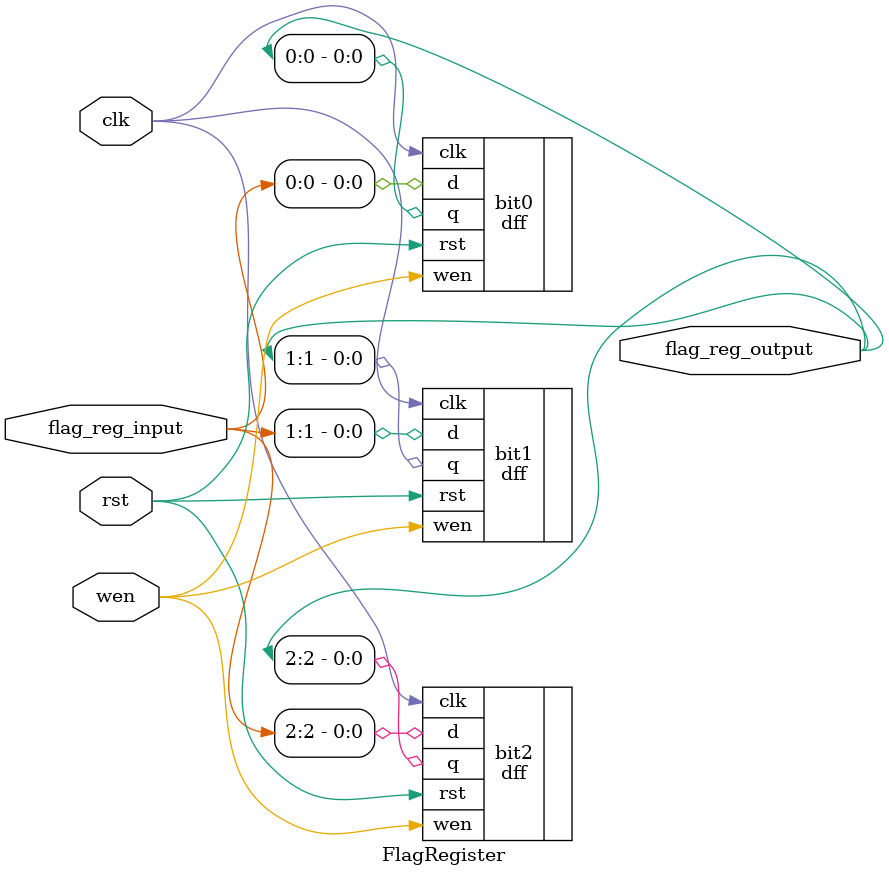
<source format=v>
module FlagRegister(flag_reg_input, flag_reg_output, clk, wen, rst);

output [2:0] flag_reg_output;
input [2:0] flag_reg_input;
input clk, rst, wen;

dff bit0(.q(flag_reg_output[0]), .d(flag_reg_input[0]), .wen(wen), .clk(clk), .rst(rst));
dff bit1(.q(flag_reg_output[1]), .d(flag_reg_input[1]), .wen(wen), .clk(clk), .rst(rst));
dff bit2(.q(flag_reg_output[2]), .d(flag_reg_input[2]), .wen(wen), .clk(clk), .rst(rst));

endmodule

</source>
